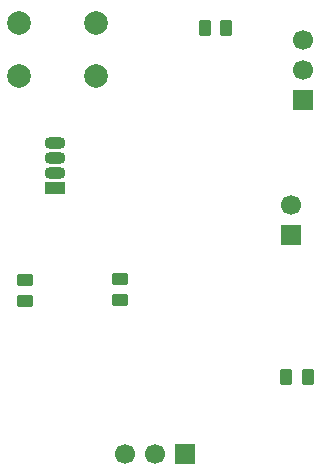
<source format=gbr>
%TF.GenerationSoftware,KiCad,Pcbnew,9.0.7*%
%TF.CreationDate,2026-02-17T16:21:14-05:00*%
%TF.ProjectId,Blind Spot,426c696e-6420-4537-906f-742e6b696361,rev?*%
%TF.SameCoordinates,Original*%
%TF.FileFunction,Soldermask,Top*%
%TF.FilePolarity,Negative*%
%FSLAX46Y46*%
G04 Gerber Fmt 4.6, Leading zero omitted, Abs format (unit mm)*
G04 Created by KiCad (PCBNEW 9.0.7) date 2026-02-17 16:21:14*
%MOMM*%
%LPD*%
G01*
G04 APERTURE LIST*
G04 Aperture macros list*
%AMRoundRect*
0 Rectangle with rounded corners*
0 $1 Rounding radius*
0 $2 $3 $4 $5 $6 $7 $8 $9 X,Y pos of 4 corners*
0 Add a 4 corners polygon primitive as box body*
4,1,4,$2,$3,$4,$5,$6,$7,$8,$9,$2,$3,0*
0 Add four circle primitives for the rounded corners*
1,1,$1+$1,$2,$3*
1,1,$1+$1,$4,$5*
1,1,$1+$1,$6,$7*
1,1,$1+$1,$8,$9*
0 Add four rect primitives between the rounded corners*
20,1,$1+$1,$2,$3,$4,$5,0*
20,1,$1+$1,$4,$5,$6,$7,0*
20,1,$1+$1,$6,$7,$8,$9,0*
20,1,$1+$1,$8,$9,$2,$3,0*%
G04 Aperture macros list end*
%ADD10RoundRect,0.250000X-0.262500X-0.450000X0.262500X-0.450000X0.262500X0.450000X-0.262500X0.450000X0*%
%ADD11R,1.700000X1.700000*%
%ADD12C,1.700000*%
%ADD13RoundRect,0.250000X0.450000X-0.262500X0.450000X0.262500X-0.450000X0.262500X-0.450000X-0.262500X0*%
%ADD14R,1.800000X1.070000*%
%ADD15O,1.800000X1.070000*%
%ADD16C,2.000000*%
G04 APERTURE END LIST*
D10*
%TO.C,R4*%
X155587500Y-103500000D03*
X157412500Y-103500000D03*
%TD*%
D11*
%TO.C,J2*%
X156000000Y-91500000D03*
D12*
X156000000Y-88960000D03*
%TD*%
D11*
%TO.C,J4*%
X147000000Y-110000000D03*
D12*
X144460000Y-110000000D03*
X141920000Y-110000000D03*
%TD*%
D10*
%TO.C,R1*%
X148675000Y-74000000D03*
X150500000Y-74000000D03*
%TD*%
D13*
%TO.C,R3*%
X141500000Y-97000000D03*
X141500000Y-95175000D03*
%TD*%
%TO.C,R2*%
X133500000Y-97087500D03*
X133500000Y-95262500D03*
%TD*%
D14*
%TO.C,D2*%
X136000000Y-87540000D03*
D15*
X136000000Y-86270000D03*
X136000000Y-85000000D03*
X136000000Y-83730000D03*
%TD*%
D16*
%TO.C,SW1*%
X133000000Y-73500000D03*
X139500000Y-73500000D03*
X133000000Y-78000000D03*
X139500000Y-78000000D03*
%TD*%
D11*
%TO.C,J1*%
X157000000Y-80080000D03*
D12*
X157000000Y-77540000D03*
X157000000Y-75000000D03*
%TD*%
M02*

</source>
